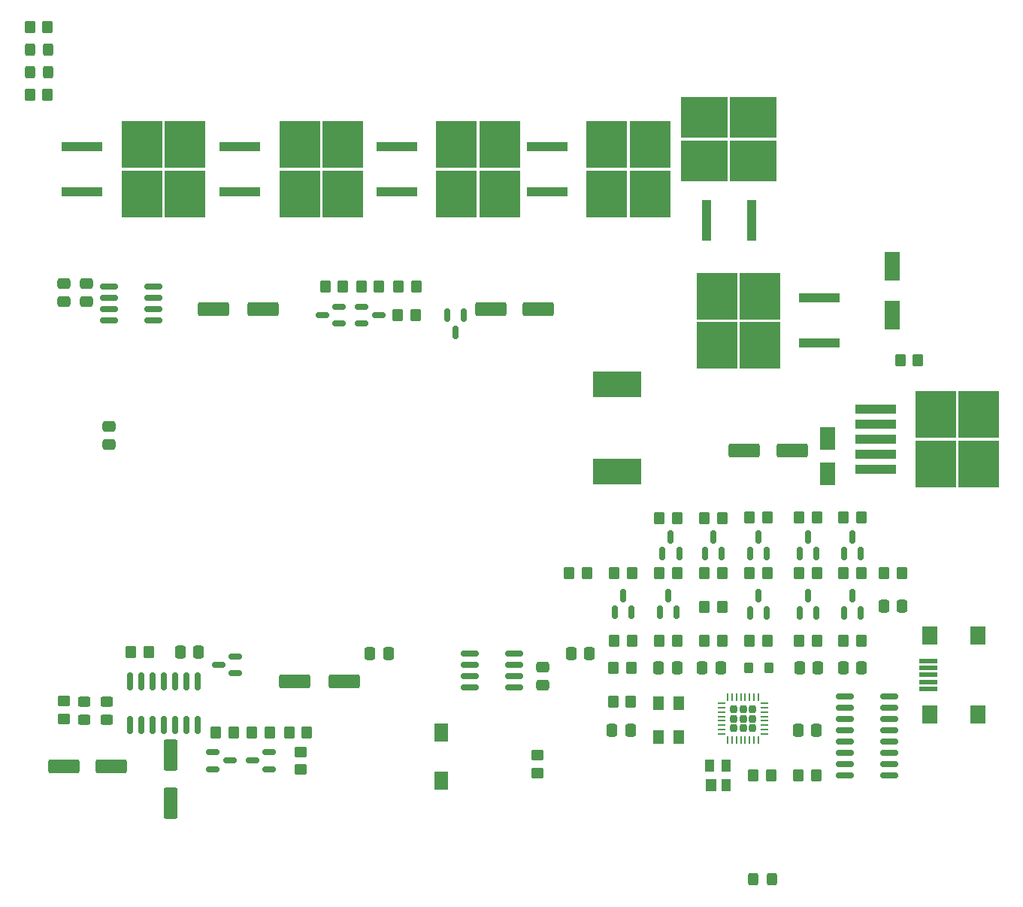
<source format=gbr>
%TF.GenerationSoftware,KiCad,Pcbnew,(6.0.0)*%
%TF.CreationDate,2022-03-04T10:43:38+00:00*%
%TF.ProjectId,ISOpower,49534f70-6f77-4657-922e-6b696361645f,rev?*%
%TF.SameCoordinates,Original*%
%TF.FileFunction,Paste,Top*%
%TF.FilePolarity,Positive*%
%FSLAX46Y46*%
G04 Gerber Fmt 4.6, Leading zero omitted, Abs format (unit mm)*
G04 Created by KiCad (PCBNEW (6.0.0)) date 2022-03-04 10:43:38*
%MOMM*%
%LPD*%
G01*
G04 APERTURE LIST*
G04 Aperture macros list*
%AMRoundRect*
0 Rectangle with rounded corners*
0 $1 Rounding radius*
0 $2 $3 $4 $5 $6 $7 $8 $9 X,Y pos of 4 corners*
0 Add a 4 corners polygon primitive as box body*
4,1,4,$2,$3,$4,$5,$6,$7,$8,$9,$2,$3,0*
0 Add four circle primitives for the rounded corners*
1,1,$1+$1,$2,$3*
1,1,$1+$1,$4,$5*
1,1,$1+$1,$6,$7*
1,1,$1+$1,$8,$9*
0 Add four rect primitives between the rounded corners*
20,1,$1+$1,$2,$3,$4,$5,0*
20,1,$1+$1,$4,$5,$6,$7,0*
20,1,$1+$1,$6,$7,$8,$9,0*
20,1,$1+$1,$8,$9,$2,$3,0*%
G04 Aperture macros list end*
%ADD10R,1.800000X2.500000*%
%ADD11RoundRect,0.250000X-1.500000X-0.550000X1.500000X-0.550000X1.500000X0.550000X-1.500000X0.550000X0*%
%ADD12R,4.550000X5.250000*%
%ADD13R,4.600000X1.100000*%
%ADD14RoundRect,0.150000X0.150000X-0.587500X0.150000X0.587500X-0.150000X0.587500X-0.150000X-0.587500X0*%
%ADD15RoundRect,0.207500X-0.207500X-0.207500X0.207500X-0.207500X0.207500X0.207500X-0.207500X0.207500X0*%
%ADD16RoundRect,0.062500X-0.375000X-0.062500X0.375000X-0.062500X0.375000X0.062500X-0.375000X0.062500X0*%
%ADD17RoundRect,0.062500X-0.062500X-0.375000X0.062500X-0.375000X0.062500X0.375000X-0.062500X0.375000X0*%
%ADD18RoundRect,0.250000X-0.350000X-0.450000X0.350000X-0.450000X0.350000X0.450000X-0.350000X0.450000X0*%
%ADD19RoundRect,0.150000X0.150000X-0.825000X0.150000X0.825000X-0.150000X0.825000X-0.150000X-0.825000X0*%
%ADD20RoundRect,0.250000X-0.475000X0.337500X-0.475000X-0.337500X0.475000X-0.337500X0.475000X0.337500X0*%
%ADD21RoundRect,0.250000X-0.337500X-0.475000X0.337500X-0.475000X0.337500X0.475000X-0.337500X0.475000X0*%
%ADD22RoundRect,0.250000X0.350000X0.450000X-0.350000X0.450000X-0.350000X-0.450000X0.350000X-0.450000X0*%
%ADD23RoundRect,0.250000X1.500000X0.550000X-1.500000X0.550000X-1.500000X-0.550000X1.500000X-0.550000X0*%
%ADD24RoundRect,0.250000X0.475000X-0.337500X0.475000X0.337500X-0.475000X0.337500X-0.475000X-0.337500X0*%
%ADD25RoundRect,0.250000X0.337500X0.475000X-0.337500X0.475000X-0.337500X-0.475000X0.337500X-0.475000X0*%
%ADD26RoundRect,0.150000X-0.825000X-0.150000X0.825000X-0.150000X0.825000X0.150000X-0.825000X0.150000X0*%
%ADD27RoundRect,0.250000X-0.450000X0.325000X-0.450000X-0.325000X0.450000X-0.325000X0.450000X0.325000X0*%
%ADD28RoundRect,0.250000X0.325000X0.450000X-0.325000X0.450000X-0.325000X-0.450000X0.325000X-0.450000X0*%
%ADD29R,1.600000X2.000000*%
%ADD30R,1.300000X1.600000*%
%ADD31RoundRect,0.250000X-0.275000X-0.350000X0.275000X-0.350000X0.275000X0.350000X-0.275000X0.350000X0*%
%ADD32R,1.200000X1.400000*%
%ADD33R,1.000000X1.400000*%
%ADD34R,5.250000X4.550000*%
%ADD35R,1.100000X4.600000*%
%ADD36RoundRect,0.250000X-0.450000X0.350000X-0.450000X-0.350000X0.450000X-0.350000X0.450000X0.350000X0*%
%ADD37RoundRect,0.150000X0.825000X0.150000X-0.825000X0.150000X-0.825000X-0.150000X0.825000X-0.150000X0*%
%ADD38RoundRect,0.150000X0.587500X0.150000X-0.587500X0.150000X-0.587500X-0.150000X0.587500X-0.150000X0*%
%ADD39RoundRect,0.150000X-0.587500X-0.150000X0.587500X-0.150000X0.587500X0.150000X-0.587500X0.150000X0*%
%ADD40RoundRect,0.150000X-0.150000X0.587500X-0.150000X-0.587500X0.150000X-0.587500X0.150000X0.587500X0*%
%ADD41RoundRect,0.250000X0.550000X-1.500000X0.550000X1.500000X-0.550000X1.500000X-0.550000X-1.500000X0*%
%ADD42R,2.000000X0.500000*%
%ADD43R,1.700000X2.000000*%
%ADD44R,5.400000X2.900000*%
%ADD45R,1.700000X3.300000*%
G04 APERTURE END LIST*
D10*
%TO.C,D3*%
X157184511Y-88805000D03*
X157184511Y-92805000D03*
%TD*%
D11*
%TO.C,C14*%
X88005000Y-74295000D03*
X93605000Y-74295000D03*
%TD*%
D12*
%TO.C,Q4*%
X84794511Y-61299511D03*
X79944511Y-61299511D03*
X84794511Y-55749511D03*
X79944511Y-55749511D03*
D13*
X73219511Y-55984511D03*
X73219511Y-61064511D03*
%TD*%
D14*
%TO.C,Q13*%
X143374511Y-101777011D03*
X145274511Y-101777011D03*
X144324511Y-99902011D03*
%TD*%
D15*
%TO.C,U3*%
X147659511Y-120354511D03*
X147659511Y-119324511D03*
X146629511Y-120354511D03*
X147659511Y-121384511D03*
X146629511Y-119324511D03*
X148689511Y-121384511D03*
X146629511Y-121384511D03*
X148689511Y-120354511D03*
X148689511Y-119324511D03*
D16*
X145222011Y-118604511D03*
X145222011Y-119104511D03*
X145222011Y-119604511D03*
X145222011Y-120104511D03*
X145222011Y-120604511D03*
X145222011Y-121104511D03*
X145222011Y-121604511D03*
X145222011Y-122104511D03*
D17*
X145909511Y-122792011D03*
X146409511Y-122792011D03*
X146909511Y-122792011D03*
X147409511Y-122792011D03*
X147909511Y-122792011D03*
X148409511Y-122792011D03*
X148909511Y-122792011D03*
X149409511Y-122792011D03*
D16*
X150097011Y-122104511D03*
X150097011Y-121604511D03*
X150097011Y-121104511D03*
X150097011Y-120604511D03*
X150097011Y-120104511D03*
X150097011Y-119604511D03*
X150097011Y-119104511D03*
X150097011Y-118604511D03*
D17*
X149409511Y-117917011D03*
X148909511Y-117917011D03*
X148409511Y-117917011D03*
X147909511Y-117917011D03*
X147409511Y-117917011D03*
X146909511Y-117917011D03*
X146409511Y-117917011D03*
X145909511Y-117917011D03*
%TD*%
D12*
%TO.C,Q5*%
X102574511Y-61299511D03*
X97724511Y-55749511D03*
X97724511Y-61299511D03*
X102574511Y-55749511D03*
D13*
X90999511Y-55984511D03*
X90999511Y-61064511D03*
%TD*%
D18*
%TO.C,R15*%
X133164511Y-103989511D03*
X135164511Y-103989511D03*
%TD*%
D19*
%TO.C,U19*%
X78619511Y-121089511D03*
X79889511Y-121089511D03*
X81159511Y-121089511D03*
X82429511Y-121089511D03*
X83699511Y-121089511D03*
X84969511Y-121089511D03*
X86239511Y-121089511D03*
X86239511Y-116139511D03*
X84969511Y-116139511D03*
X83699511Y-116139511D03*
X82429511Y-116139511D03*
X81159511Y-116139511D03*
X79889511Y-116139511D03*
X78619511Y-116139511D03*
%TD*%
D20*
%TO.C,C12*%
X76200000Y-87460000D03*
X76200000Y-89535000D03*
%TD*%
D12*
%TO.C,U10*%
X169359511Y-86125000D03*
X174209511Y-91675000D03*
X169359511Y-91675000D03*
X174209511Y-86125000D03*
D13*
X162634511Y-85500000D03*
X162634511Y-87200000D03*
X162634511Y-88900000D03*
X162634511Y-90600000D03*
X162634511Y-92300000D03*
%TD*%
D18*
%TO.C,R28*%
X133023088Y-118449511D03*
X135023088Y-118449511D03*
%TD*%
D14*
%TO.C,Q10*%
X138294511Y-108404511D03*
X140194511Y-108404511D03*
X139244511Y-106529511D03*
%TD*%
D21*
%TO.C,C25*%
X163524290Y-107654511D03*
X165599290Y-107654511D03*
%TD*%
D22*
%TO.C,R3a1*%
X110842141Y-71755000D03*
X108842141Y-71755000D03*
%TD*%
D12*
%TO.C,Q1*%
X144695000Y-78340000D03*
X149545000Y-72790000D03*
X144695000Y-72790000D03*
X149545000Y-78340000D03*
D13*
X156270000Y-78105000D03*
X156270000Y-73025000D03*
%TD*%
D23*
%TO.C,C10*%
X124620000Y-74295000D03*
X119220000Y-74295000D03*
%TD*%
D24*
%TO.C,C18*%
X71120000Y-73427500D03*
X71120000Y-71352500D03*
%TD*%
D22*
%TO.C,R23*%
X150404511Y-111629511D03*
X148404511Y-111629511D03*
%TD*%
D18*
%TO.C,R1*%
X165370000Y-80010000D03*
X167370000Y-80010000D03*
%TD*%
D25*
%TO.C,C4*%
X145119511Y-114639511D03*
X143044511Y-114639511D03*
%TD*%
D26*
%TO.C,U6*%
X116905000Y-113030000D03*
X116905000Y-114300000D03*
X116905000Y-115570000D03*
X116905000Y-116840000D03*
X121855000Y-116840000D03*
X121855000Y-115570000D03*
X121855000Y-114300000D03*
X121855000Y-113030000D03*
%TD*%
D18*
%TO.C,R1a1*%
X100587141Y-71755000D03*
X102587141Y-71755000D03*
%TD*%
D27*
%TO.C,D5*%
X76014511Y-118469511D03*
X76014511Y-120519511D03*
%TD*%
D28*
%TO.C,D2*%
X150885000Y-138430000D03*
X148835000Y-138430000D03*
%TD*%
D29*
%TO.C,SW1*%
X113665000Y-127320000D03*
X113665000Y-121920000D03*
%TD*%
D22*
%TO.C,R3b1*%
X98520000Y-121920000D03*
X96520000Y-121920000D03*
%TD*%
D30*
%TO.C,Y1*%
X138134511Y-118619511D03*
X138134511Y-122419511D03*
X140434511Y-122419511D03*
X140434511Y-118619511D03*
%TD*%
D31*
%TO.C,L1*%
X148294511Y-114639511D03*
X150594511Y-114639511D03*
%TD*%
D18*
%TO.C,R1b1*%
X88265000Y-121920000D03*
X90265000Y-121920000D03*
%TD*%
D11*
%TO.C,C9*%
X71120000Y-125730000D03*
X76520000Y-125730000D03*
%TD*%
D18*
%TO.C,R8*%
X148834511Y-126704511D03*
X150834511Y-126704511D03*
%TD*%
D28*
%TO.C,D6*%
X69360000Y-45085000D03*
X67310000Y-45085000D03*
%TD*%
D11*
%TO.C,C20*%
X147795000Y-90170000D03*
X153195000Y-90170000D03*
%TD*%
D22*
%TO.C,R21*%
X155987697Y-111629511D03*
X153987697Y-111629511D03*
%TD*%
D27*
%TO.C,D7*%
X73474511Y-118469511D03*
X73474511Y-120519511D03*
%TD*%
D14*
%TO.C,Q14*%
X148454511Y-101752011D03*
X150354511Y-101752011D03*
X149404511Y-99877011D03*
%TD*%
D21*
%TO.C,C15*%
X128270000Y-113030000D03*
X130345000Y-113030000D03*
%TD*%
D18*
%TO.C,R19*%
X143324511Y-97770000D03*
X145324511Y-97770000D03*
%TD*%
D22*
%TO.C,R13*%
X145324511Y-107819511D03*
X143324511Y-107819511D03*
%TD*%
%TO.C,R36*%
X155987697Y-104009511D03*
X153987697Y-104009511D03*
%TD*%
D18*
%TO.C,R27*%
X133054511Y-114639511D03*
X135054511Y-114639511D03*
%TD*%
D14*
%TO.C,Q12*%
X138564511Y-101777011D03*
X140464511Y-101777011D03*
X139514511Y-99902011D03*
%TD*%
D25*
%TO.C,C8*%
X134959511Y-121624511D03*
X132884511Y-121624511D03*
%TD*%
D12*
%TO.C,Q6*%
X120239511Y-55749511D03*
X115389511Y-61299511D03*
X120239511Y-61299511D03*
X115389511Y-55749511D03*
D13*
X108664511Y-55984511D03*
X108664511Y-61064511D03*
%TD*%
D32*
%TO.C,D4*%
X144029511Y-127804511D03*
D33*
X145749511Y-127804511D03*
X145749511Y-125604511D03*
X143849511Y-125604511D03*
%TD*%
D18*
%TO.C,R31*%
X78714511Y-112899511D03*
X80714511Y-112899511D03*
%TD*%
%TO.C,R12*%
X143324511Y-104009511D03*
X145324511Y-104009511D03*
%TD*%
D22*
%TO.C,R4a1*%
X110747141Y-74930000D03*
X108747141Y-74930000D03*
%TD*%
D25*
%TO.C,C24*%
X155914511Y-121624511D03*
X153839511Y-121624511D03*
%TD*%
D22*
%TO.C,R17*%
X150404511Y-104009511D03*
X148404511Y-104009511D03*
%TD*%
D21*
%TO.C,C23*%
X158919511Y-114639511D03*
X160994511Y-114639511D03*
%TD*%
D22*
%TO.C,R14*%
X130084511Y-104009511D03*
X128084511Y-104009511D03*
%TD*%
D34*
%TO.C,Q8*%
X143275000Y-52705000D03*
X148825000Y-52705000D03*
X143275000Y-57555000D03*
X148825000Y-57555000D03*
D35*
X143510000Y-64280000D03*
X148590000Y-64280000D03*
%TD*%
D36*
%TO.C,R5*%
X124460000Y-124460000D03*
X124460000Y-126460000D03*
%TD*%
D26*
%TO.C,U8*%
X159154511Y-117814511D03*
X159154511Y-119084511D03*
X159154511Y-120354511D03*
X159154511Y-121624511D03*
X159154511Y-122894511D03*
X159154511Y-124164511D03*
X159154511Y-125434511D03*
X159154511Y-126704511D03*
X164104511Y-126704511D03*
X164104511Y-125434511D03*
X164104511Y-124164511D03*
X164104511Y-122894511D03*
X164104511Y-121624511D03*
X164104511Y-120354511D03*
X164104511Y-119084511D03*
X164104511Y-117814511D03*
%TD*%
D25*
%TO.C,C30*%
X86344511Y-112899511D03*
X84269511Y-112899511D03*
%TD*%
D18*
%TO.C,R22*%
X158968730Y-111609511D03*
X160968730Y-111609511D03*
%TD*%
D25*
%TO.C,C11*%
X107717500Y-113030000D03*
X105642500Y-113030000D03*
%TD*%
D36*
%TO.C,R4b1*%
X97790000Y-124095000D03*
X97790000Y-126095000D03*
%TD*%
D18*
%TO.C,R35*%
X163545544Y-104009511D03*
X165545544Y-104009511D03*
%TD*%
D21*
%TO.C,C7*%
X138134511Y-114639511D03*
X140209511Y-114639511D03*
%TD*%
D37*
%TO.C,U7*%
X81215000Y-75565000D03*
X81215000Y-74295000D03*
X81215000Y-73025000D03*
X81215000Y-71755000D03*
X76265000Y-71755000D03*
X76265000Y-73025000D03*
X76265000Y-74295000D03*
X76265000Y-75565000D03*
%TD*%
D18*
%TO.C,R34*%
X67310000Y-50165000D03*
X69310000Y-50165000D03*
%TD*%
%TO.C,R38*%
X153987697Y-97745000D03*
X155987697Y-97745000D03*
%TD*%
D38*
%TO.C,U15*%
X94282500Y-126045000D03*
X94282500Y-124145000D03*
X92407500Y-125095000D03*
%TD*%
%TO.C,U16*%
X102159641Y-75880000D03*
X102159641Y-73980000D03*
X100284641Y-74930000D03*
%TD*%
D21*
%TO.C,C22*%
X154009511Y-114639511D03*
X156084511Y-114639511D03*
%TD*%
D28*
%TO.C,D8*%
X69360000Y-47625000D03*
X67310000Y-47625000D03*
%TD*%
D20*
%TO.C,C17*%
X125095000Y-114532500D03*
X125095000Y-116607500D03*
%TD*%
D18*
%TO.C,R18*%
X138244511Y-97770000D03*
X140244511Y-97770000D03*
%TD*%
D39*
%TO.C,U17*%
X87962500Y-124145000D03*
X87962500Y-126045000D03*
X89837500Y-125095000D03*
%TD*%
D14*
%TO.C,Q16*%
X159018730Y-108424511D03*
X160918730Y-108424511D03*
X159968730Y-106549511D03*
%TD*%
D22*
%TO.C,R16*%
X140244511Y-103989511D03*
X138244511Y-103989511D03*
%TD*%
D14*
%TO.C,Q17*%
X154037697Y-101752011D03*
X155937697Y-101752011D03*
X154987697Y-99877011D03*
%TD*%
D18*
%TO.C,R2b1*%
X92345000Y-121920000D03*
X94345000Y-121920000D03*
%TD*%
D14*
%TO.C,Q15*%
X154037697Y-108424511D03*
X155937697Y-108424511D03*
X154987697Y-106549511D03*
%TD*%
D40*
%TO.C,Q2*%
X116224511Y-74967011D03*
X114324511Y-74967011D03*
X115274511Y-76842011D03*
%TD*%
D22*
%TO.C,R9*%
X135164511Y-111609511D03*
X133164511Y-111609511D03*
%TD*%
%TO.C,R10*%
X140244511Y-111609511D03*
X138244511Y-111609511D03*
%TD*%
D18*
%TO.C,R11*%
X143324511Y-111629511D03*
X145324511Y-111629511D03*
%TD*%
D14*
%TO.C,Q18*%
X159018730Y-101752011D03*
X160918730Y-101752011D03*
X159968730Y-99877011D03*
%TD*%
%TO.C,Q9*%
X133214511Y-108404511D03*
X135114511Y-108404511D03*
X134164511Y-106529511D03*
%TD*%
D41*
%TO.C,C21*%
X83185000Y-129860000D03*
X83185000Y-124460000D03*
%TD*%
D18*
%TO.C,R32*%
X67310000Y-42545000D03*
X69310000Y-42545000D03*
%TD*%
%TO.C,R4*%
X153914511Y-126704511D03*
X155914511Y-126704511D03*
%TD*%
D42*
%TO.C,J31*%
X168564511Y-117039511D03*
X168564511Y-116239511D03*
X168564511Y-115439511D03*
X168564511Y-114639511D03*
X168564511Y-113839511D03*
D43*
X168664511Y-119889511D03*
X168664511Y-110989511D03*
X174114511Y-119889511D03*
X174114511Y-110989511D03*
%TD*%
D14*
%TO.C,Q11*%
X148454511Y-108424511D03*
X150354511Y-108424511D03*
X149404511Y-106549511D03*
%TD*%
D18*
%TO.C,R39*%
X158968730Y-97745000D03*
X160968730Y-97745000D03*
%TD*%
D22*
%TO.C,R37*%
X160968730Y-103989511D03*
X158968730Y-103989511D03*
%TD*%
D12*
%TO.C,Q7*%
X132310000Y-61299511D03*
X137160000Y-61299511D03*
X132310000Y-55749511D03*
X137160000Y-55749511D03*
D13*
X125585000Y-55984511D03*
X125585000Y-61064511D03*
%TD*%
D23*
%TO.C,C13*%
X102755000Y-116205000D03*
X97155000Y-116205000D03*
%TD*%
D24*
%TO.C,C16*%
X73660000Y-73423631D03*
X73660000Y-71348631D03*
%TD*%
D36*
%TO.C,R33*%
X71120000Y-118380000D03*
X71120000Y-120380000D03*
%TD*%
D44*
%TO.C,L2*%
X133480000Y-82680000D03*
X133480000Y-92580000D03*
%TD*%
D45*
%TO.C,D1*%
X164465000Y-69430000D03*
X164465000Y-74930000D03*
%TD*%
D39*
%TO.C,U18*%
X104729641Y-73980000D03*
X104729641Y-75880000D03*
X106604641Y-74930000D03*
%TD*%
D38*
%TO.C,Q3*%
X90472500Y-115250000D03*
X90472500Y-113350000D03*
X88597500Y-114300000D03*
%TD*%
D18*
%TO.C,R20*%
X148404511Y-97745000D03*
X150404511Y-97745000D03*
%TD*%
%TO.C,R2a1*%
X104667141Y-71755000D03*
X106667141Y-71755000D03*
%TD*%
M02*

</source>
